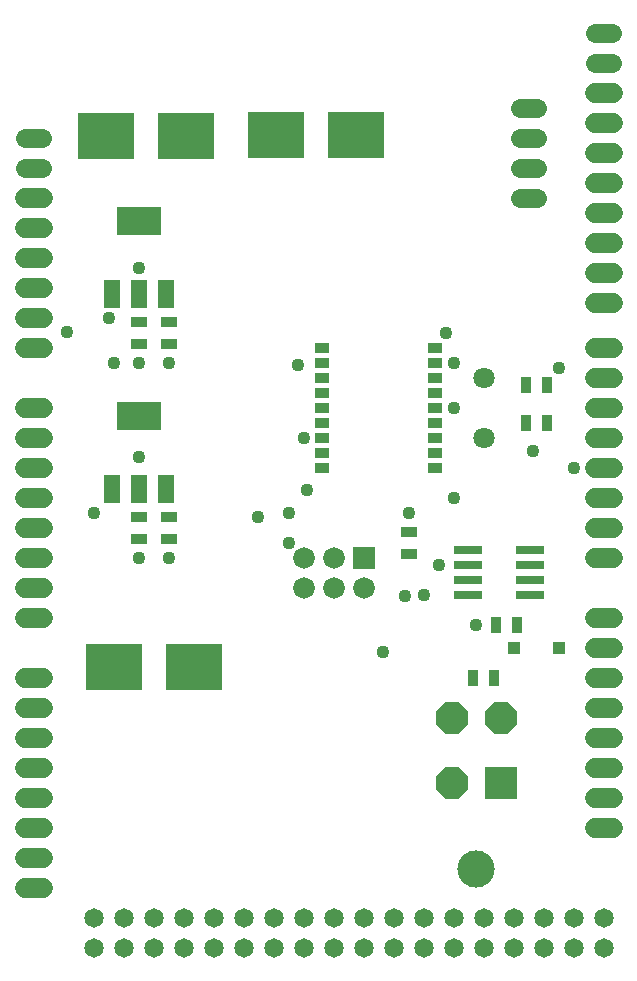
<source format=gts>
G75*
%MOIN*%
%OFA0B0*%
%FSLAX25Y25*%
%IPPOS*%
%LPD*%
%AMOC8*
5,1,8,0,0,1.08239X$1,22.5*
%
%ADD10R,0.05324X0.03750*%
%ADD11R,0.03750X0.05324*%
%ADD12OC8,0.10600*%
%ADD13R,0.10600X0.10600*%
%ADD14C,0.12411*%
%ADD15R,0.19104X0.15561*%
%ADD16R,0.05399X0.09399*%
%ADD17R,0.14773X0.09261*%
%ADD18C,0.06506*%
%ADD19C,0.06506*%
%ADD20C,0.06200*%
%ADD21C,0.07200*%
%ADD22R,0.07200X0.07200*%
%ADD23R,0.09261X0.02962*%
%ADD24R,0.05100X0.03600*%
%ADD25C,0.07100*%
%ADD26C,0.04362*%
%ADD27R,0.04362X0.04362*%
D10*
X0064350Y0160435D03*
X0064350Y0167522D03*
X0074350Y0167522D03*
X0074350Y0160435D03*
X0074350Y0225435D03*
X0074350Y0232522D03*
X0064350Y0232522D03*
X0064350Y0225435D03*
X0154350Y0162522D03*
X0154350Y0155435D03*
D11*
X0183306Y0131478D03*
X0190393Y0131478D03*
X0182893Y0113978D03*
X0175806Y0113978D03*
X0193306Y0198978D03*
X0200393Y0198978D03*
X0200393Y0211478D03*
X0193306Y0211478D03*
D12*
X0185100Y0100678D03*
X0168600Y0100678D03*
X0168600Y0078978D03*
D13*
X0185100Y0078978D03*
D14*
X0176850Y0050238D03*
D15*
X0082736Y0117728D03*
X0055964Y0117728D03*
X0053464Y0294603D03*
X0080236Y0294603D03*
X0110026Y0294916D03*
X0136798Y0294916D03*
D16*
X0073448Y0241778D03*
X0064350Y0241778D03*
X0055251Y0241778D03*
X0055251Y0176778D03*
X0064350Y0176778D03*
X0073448Y0176778D03*
D17*
X0064350Y0201179D03*
X0064350Y0266179D03*
D18*
X0032302Y0043978D02*
X0026397Y0043978D01*
X0026397Y0053978D02*
X0032302Y0053978D01*
X0032302Y0063978D02*
X0026397Y0063978D01*
X0026397Y0073978D02*
X0032302Y0073978D01*
X0032302Y0083978D02*
X0026397Y0083978D01*
X0026397Y0093978D02*
X0032302Y0093978D01*
X0032302Y0103978D02*
X0026397Y0103978D01*
X0026397Y0113978D02*
X0032302Y0113978D01*
X0032302Y0133978D02*
X0026397Y0133978D01*
X0026397Y0143978D02*
X0032302Y0143978D01*
X0032302Y0153978D02*
X0026397Y0153978D01*
X0026397Y0163978D02*
X0032302Y0163978D01*
X0032302Y0173978D02*
X0026397Y0173978D01*
X0026397Y0183978D02*
X0032302Y0183978D01*
X0032302Y0193978D02*
X0026397Y0193978D01*
X0026397Y0203978D02*
X0032302Y0203978D01*
X0032302Y0223978D02*
X0026397Y0223978D01*
X0026397Y0233978D02*
X0032302Y0233978D01*
X0032302Y0243978D02*
X0026397Y0243978D01*
X0026397Y0253978D02*
X0032302Y0253978D01*
X0032302Y0263978D02*
X0026397Y0263978D01*
X0026397Y0273978D02*
X0032302Y0273978D01*
X0216397Y0268978D02*
X0222302Y0268978D01*
X0222302Y0258978D02*
X0216397Y0258978D01*
X0216397Y0248978D02*
X0222302Y0248978D01*
X0222302Y0238978D02*
X0216397Y0238978D01*
X0216397Y0223978D02*
X0222302Y0223978D01*
X0222302Y0213978D02*
X0216397Y0213978D01*
X0216397Y0203978D02*
X0222302Y0203978D01*
X0222302Y0193978D02*
X0216397Y0193978D01*
X0216397Y0183978D02*
X0222302Y0183978D01*
X0222302Y0173978D02*
X0216397Y0173978D01*
X0216397Y0163978D02*
X0222302Y0163978D01*
X0222302Y0153978D02*
X0216397Y0153978D01*
X0216397Y0133978D02*
X0222302Y0133978D01*
X0222302Y0123978D02*
X0216397Y0123978D01*
X0216397Y0113978D02*
X0222302Y0113978D01*
X0222302Y0103978D02*
X0216397Y0103978D01*
X0216397Y0093978D02*
X0222302Y0093978D01*
X0222302Y0083978D02*
X0216397Y0083978D01*
X0216397Y0073978D02*
X0222302Y0073978D01*
X0222302Y0063978D02*
X0216397Y0063978D01*
X0216397Y0278978D02*
X0222302Y0278978D01*
X0222302Y0288978D02*
X0216397Y0288978D01*
X0216397Y0298978D02*
X0222302Y0298978D01*
X0222302Y0308978D02*
X0216397Y0308978D01*
D19*
X0219350Y0033978D03*
X0219350Y0023978D03*
X0209350Y0023978D03*
X0199350Y0023978D03*
X0199350Y0033978D03*
X0209350Y0033978D03*
X0189350Y0033978D03*
X0189350Y0023978D03*
X0179350Y0023978D03*
X0179350Y0033978D03*
X0169350Y0033978D03*
X0169350Y0023978D03*
X0159350Y0023978D03*
X0159350Y0033978D03*
X0149350Y0033978D03*
X0149350Y0023978D03*
X0139350Y0023978D03*
X0129350Y0023978D03*
X0129350Y0033978D03*
X0139350Y0033978D03*
X0119350Y0033978D03*
X0119350Y0023978D03*
X0109350Y0023978D03*
X0109350Y0033978D03*
X0099350Y0033978D03*
X0099350Y0023978D03*
X0089350Y0023978D03*
X0089350Y0033978D03*
X0079350Y0033978D03*
X0079350Y0023978D03*
X0069350Y0023978D03*
X0069350Y0033978D03*
X0059350Y0033978D03*
X0059350Y0023978D03*
X0049350Y0023978D03*
X0049350Y0033978D03*
D20*
X0191550Y0273978D02*
X0197150Y0273978D01*
X0197150Y0283978D02*
X0191550Y0283978D01*
X0191550Y0293978D02*
X0197150Y0293978D01*
X0197150Y0303978D02*
X0191550Y0303978D01*
X0216550Y0318978D02*
X0222150Y0318978D01*
X0222150Y0328978D02*
X0216550Y0328978D01*
X0032150Y0293978D02*
X0026550Y0293978D01*
X0026550Y0283978D02*
X0032150Y0283978D01*
D21*
X0119350Y0153978D03*
X0119350Y0143978D03*
X0129350Y0143978D03*
X0139350Y0143978D03*
X0129350Y0153978D03*
D22*
X0139350Y0153978D03*
D23*
X0174113Y0151478D03*
X0174113Y0146478D03*
X0174113Y0141478D03*
X0174113Y0156478D03*
X0194586Y0156478D03*
X0194586Y0151478D03*
X0194586Y0146478D03*
X0194586Y0141478D03*
D24*
X0163200Y0183978D03*
X0163200Y0188978D03*
X0163200Y0193978D03*
X0163200Y0198978D03*
X0163200Y0203978D03*
X0163200Y0208978D03*
X0163200Y0213978D03*
X0163200Y0218978D03*
X0163200Y0223978D03*
X0125500Y0223978D03*
X0125500Y0218978D03*
X0125500Y0213978D03*
X0125500Y0208978D03*
X0125500Y0203978D03*
X0125500Y0198978D03*
X0125500Y0193978D03*
X0125500Y0188978D03*
X0125500Y0183978D03*
D25*
X0179350Y0193978D03*
X0179350Y0213978D03*
D26*
X0169350Y0218978D03*
X0166850Y0228978D03*
X0169350Y0203978D03*
X0169350Y0173978D03*
X0154350Y0168978D03*
X0164350Y0151478D03*
X0159350Y0141478D03*
X0153100Y0141166D03*
X0145912Y0122728D03*
X0176850Y0131478D03*
X0209350Y0183978D03*
X0195912Y0189603D03*
X0204350Y0217416D03*
X0119350Y0193978D03*
X0120287Y0176478D03*
X0114350Y0168978D03*
X0114350Y0158978D03*
X0104037Y0167728D03*
X0074350Y0153978D03*
X0064350Y0153978D03*
X0049350Y0168978D03*
X0064350Y0187728D03*
X0064350Y0218978D03*
X0056225Y0218978D03*
X0054350Y0233978D03*
X0064350Y0250541D03*
X0040287Y0229291D03*
X0074350Y0218978D03*
X0117475Y0218353D03*
D27*
X0189350Y0123978D03*
X0204350Y0123978D03*
M02*

</source>
